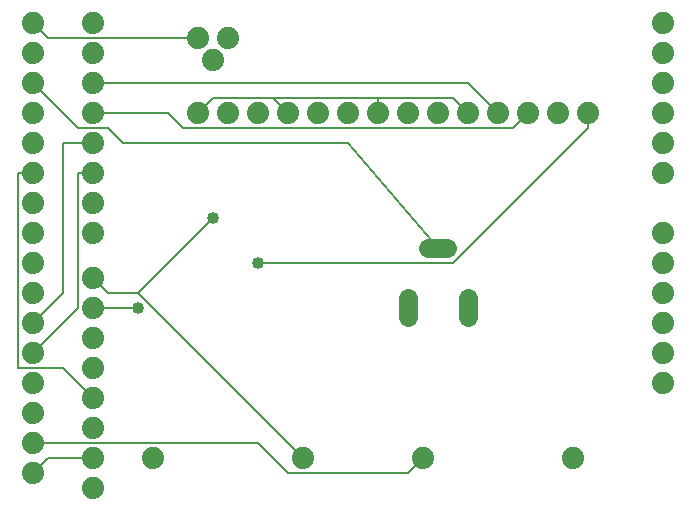
<source format=gbl>
G75*
%MOIN*%
%OFA0B0*%
%FSLAX24Y24*%
%IPPOS*%
%LPD*%
%AMOC8*
5,1,8,0,0,1.08239X$1,22.5*
%
%ADD10C,0.0740*%
%ADD11C,0.0640*%
%ADD12C,0.0080*%
%ADD13C,0.0400*%
D10*
X001550Y002000D03*
X001550Y003000D03*
X001550Y004000D03*
X001550Y005000D03*
X001550Y006000D03*
X001550Y007000D03*
X001550Y008000D03*
X001550Y009000D03*
X001550Y010000D03*
X001550Y011000D03*
X001550Y012000D03*
X001550Y013000D03*
X001550Y014000D03*
X001550Y015000D03*
X001550Y016000D03*
X001550Y017000D03*
X003550Y017000D03*
X003550Y016000D03*
X003550Y015000D03*
X003550Y014000D03*
X003550Y013000D03*
X003550Y012000D03*
X003550Y011000D03*
X003550Y010000D03*
X003550Y008500D03*
X003550Y007500D03*
X003550Y006500D03*
X003550Y005500D03*
X003550Y004500D03*
X003550Y003500D03*
X003550Y002500D03*
X003550Y001500D03*
X005550Y002500D03*
X010550Y002500D03*
X014550Y002500D03*
X019550Y002500D03*
X022550Y005000D03*
X022550Y006000D03*
X022550Y007000D03*
X022550Y008000D03*
X022550Y009000D03*
X022550Y010000D03*
X022550Y012000D03*
X022550Y013000D03*
X022550Y014000D03*
X022550Y015000D03*
X022550Y016000D03*
X022550Y017000D03*
X020050Y014000D03*
X019050Y014000D03*
X018050Y014000D03*
X017050Y014000D03*
X016050Y014000D03*
X015050Y014000D03*
X014050Y014000D03*
X013050Y014000D03*
X012050Y014000D03*
X011050Y014000D03*
X010050Y014000D03*
X009050Y014000D03*
X008050Y014000D03*
X007050Y014000D03*
X007550Y015750D03*
X007050Y016500D03*
X008050Y016500D03*
D11*
X014730Y009500D02*
X015370Y009500D01*
X016050Y007820D02*
X016050Y007180D01*
X014050Y007180D02*
X014050Y007820D01*
D12*
X015550Y009000D02*
X020050Y013500D01*
X020050Y014000D01*
X018050Y014000D02*
X017550Y013500D01*
X006550Y013500D01*
X006050Y014000D01*
X003550Y014000D01*
X003050Y013500D02*
X001550Y015000D01*
X003550Y015000D02*
X016050Y015000D01*
X017050Y014000D01*
X016050Y014000D02*
X015550Y014500D01*
X013050Y014500D01*
X013050Y014000D01*
X013050Y014500D02*
X009550Y014500D01*
X007550Y014500D01*
X007050Y014000D01*
X009550Y014500D02*
X010050Y014000D01*
X012050Y013000D02*
X004550Y013000D01*
X004050Y013500D01*
X003050Y013500D01*
X003550Y013000D02*
X002550Y013000D01*
X002550Y008000D01*
X001550Y007000D01*
X001550Y006000D02*
X003050Y007500D01*
X003050Y012000D01*
X003550Y012000D01*
X001550Y012000D02*
X001050Y012000D01*
X001050Y005500D01*
X002550Y005500D01*
X003550Y004500D01*
X001550Y003000D02*
X009050Y003000D01*
X010050Y002000D01*
X014050Y002000D01*
X014550Y002500D01*
X010550Y002500D02*
X005050Y008000D01*
X007550Y010500D01*
X009050Y009000D02*
X015550Y009000D01*
X015050Y009500D02*
X012050Y013000D01*
X007050Y016500D02*
X002050Y016500D01*
X001550Y017000D01*
X003550Y008500D02*
X004050Y008000D01*
X005050Y008000D01*
X005050Y007500D02*
X003550Y007500D01*
X003550Y002500D02*
X002050Y002500D01*
X001550Y002000D01*
D13*
X005050Y007500D03*
X009050Y009000D03*
X007550Y010500D03*
M02*

</source>
